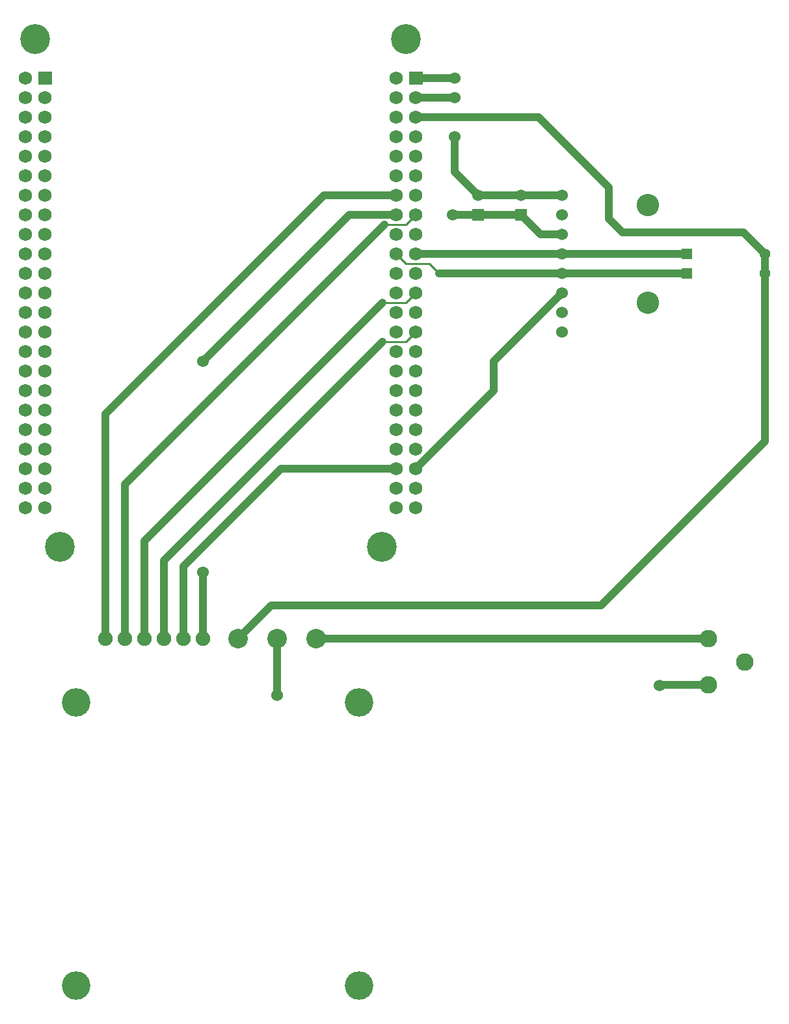
<source format=gbr>
G04 start of page 2 for group 0 idx 0 *
G04 Title: Motor Controller, top *
G04 Creator: pcb 4.2.2 *
G04 CreationDate: Mon Feb 22 05:04:53 2021 UTC *
G04 For: kevin *
G04 Format: Gerber/RS-274X *
G04 PCB-Dimensions (mil): 4750.00 5800.00 *
G04 PCB-Coordinate-Origin: lower left *
%MOIN*%
%FSLAX25Y25*%
%LNTOP*%
%ADD27C,0.1200*%
%ADD26C,0.0300*%
%ADD25C,0.0410*%
%ADD24C,0.1250*%
%ADD23C,0.0350*%
%ADD22C,0.1150*%
%ADD21C,0.1000*%
%ADD20C,0.0750*%
%ADD19C,0.1460*%
%ADD18C,0.0900*%
%ADD17C,0.0550*%
%ADD16C,0.0600*%
%ADD15C,0.0690*%
%ADD14C,0.0001*%
%ADD13C,0.1530*%
%ADD12C,0.0100*%
%ADD11C,0.0400*%
G54D11*X178000Y440000D02*X215000D01*
X225000Y300000D02*X265000Y340000D01*
Y355000D01*
X215000Y300000D02*X156000D01*
G54D12*X209000Y425000D02*X220000D01*
G54D11*X193000Y430000D02*X215000D01*
X191000D02*X198000D01*
G54D12*X220000Y425000D02*X225000Y430000D01*
X208000Y385000D02*X220000D01*
X225000Y390000D01*
X208000Y365000D02*X220000D01*
X225000Y370000D01*
G54D11*X174000Y213000D02*X375000D01*
X350000Y189000D02*X350378Y189378D01*
X375000D01*
X151000Y230000D02*X320000D01*
X404000Y314000D01*
G54D12*X215000Y410000D02*X220000Y405000D01*
X232000D01*
X237000Y400000D01*
G54D11*X225000Y410000D02*X326700D01*
X327000D02*X364000D01*
X237000Y400000D02*X364000D01*
X265000Y355000D02*X300000Y390000D01*
X244000Y430000D02*X279000D01*
X289000Y420000D01*
X300000D02*X289000D01*
X225000Y490000D02*X245000D01*
X288000Y480000D02*X225000D01*
Y500000D02*X245000D01*
X257000Y440000D02*X300000D01*
X257000D02*X245000Y452000D01*
Y470000D01*
X288000Y480000D02*X324000Y444000D01*
Y428000D01*
X331000Y421000D01*
X355700D01*
X356000D02*X393000D01*
X404000Y410000D02*Y314000D01*
X393000Y421000D02*X404000Y410000D01*
X76000Y213000D02*Y292000D01*
X86000Y213000D02*Y263000D01*
X66000Y328000D02*Y213000D01*
X154000Y184000D02*Y213000D01*
X134000D02*X151000Y230000D01*
X76000Y292000D02*X209000Y425000D01*
X208000Y385000D02*X86000Y263000D01*
X208000Y365000D02*X96000Y253000D01*
X106000Y250000D02*X156000Y300000D01*
X178000Y440000D02*X66000Y328000D01*
X116000Y355000D02*X191000Y430000D01*
X96000Y213000D02*Y253000D01*
X106000Y213000D02*Y250000D01*
X116000Y213000D02*Y247000D01*
G54D13*X220000Y520000D03*
G54D14*G36*
X221550Y503450D02*Y496550D01*
X228450D01*
Y503450D01*
X221550D01*
G37*
G54D15*X215000Y500000D03*
Y490000D03*
X225000D03*
X215000Y480000D03*
Y470000D03*
X225000Y480000D03*
Y470000D03*
G54D14*G36*
X31550Y503450D02*Y496550D01*
X38450D01*
Y503450D01*
X31550D01*
G37*
G54D15*X215000Y370000D03*
X35000D03*
X215000Y360000D03*
X35000D03*
X25000D03*
Y370000D03*
X215000Y460000D03*
Y450000D03*
Y440000D03*
Y430000D03*
Y420000D03*
X225000Y460000D03*
Y450000D03*
Y440000D03*
Y430000D03*
Y420000D03*
Y410000D03*
Y400000D03*
Y390000D03*
Y380000D03*
Y370000D03*
Y360000D03*
X215000Y410000D03*
Y400000D03*
Y390000D03*
Y380000D03*
G54D16*X300000Y440000D03*
G54D14*G36*
X276000Y433000D02*Y427000D01*
X282000D01*
Y433000D01*
X276000D01*
G37*
G54D16*X279000Y440000D03*
G54D14*G36*
X254000Y433000D02*Y427000D01*
X260000D01*
Y433000D01*
X254000D01*
G37*
G54D16*X257000Y440000D03*
X300000Y430000D03*
Y420000D03*
Y410000D03*
Y400000D03*
Y390000D03*
Y380000D03*
Y370000D03*
G54D14*G36*
X361250Y412750D02*Y407250D01*
X366750D01*
Y412750D01*
X361250D01*
G37*
G36*
Y402750D02*Y397250D01*
X366750D01*
Y402750D01*
X361250D01*
G37*
G54D17*X404000Y410000D03*
Y400000D03*
G54D13*X30000Y520000D03*
G54D15*X25000Y500000D03*
X35000Y450000D03*
X25000D03*
X35000Y490000D03*
Y480000D03*
X25000D03*
Y490000D03*
X35000Y470000D03*
Y460000D03*
X25000D03*
Y470000D03*
G54D13*X42500Y260000D03*
G54D15*X35000Y280000D03*
Y350000D03*
Y340000D03*
Y330000D03*
Y320000D03*
Y310000D03*
Y300000D03*
X25000D03*
Y310000D03*
X35000Y290000D03*
X25000Y280000D03*
Y290000D03*
Y320000D03*
Y330000D03*
Y340000D03*
Y350000D03*
X35000Y440000D03*
X25000D03*
X35000Y430000D03*
X25000D03*
X35000Y420000D03*
Y410000D03*
Y400000D03*
X25000D03*
Y410000D03*
X35000Y390000D03*
Y380000D03*
X25000D03*
Y390000D03*
Y420000D03*
G54D13*X207500Y260000D03*
G54D15*X215000Y280000D03*
G54D18*X393504Y201189D03*
X375000Y213000D03*
Y189378D03*
G54D15*X215000Y350000D03*
Y340000D03*
Y330000D03*
Y320000D03*
Y310000D03*
Y300000D03*
Y290000D03*
X225000Y280000D03*
Y290000D03*
Y350000D03*
Y340000D03*
Y330000D03*
Y320000D03*
Y310000D03*
Y300000D03*
G54D19*X196000Y35500D03*
Y180500D03*
X51000Y35500D03*
Y180500D03*
G54D20*X116000Y213000D03*
X106000D03*
X96000D03*
X86000D03*
X76000D03*
X66000D03*
G54D21*X174000D03*
X154000D03*
X134000D03*
G54D16*X350000Y189000D03*
X154000Y184000D03*
X245000Y500000D03*
G54D22*X344000Y385000D03*
G54D16*X244000Y430000D03*
X245000Y490000D03*
Y470000D03*
G54D22*X344000Y435000D03*
G54D16*X116000Y247000D03*
Y355000D03*
G54D23*G54D21*G54D23*G54D21*G54D23*G54D24*G54D25*G54D23*G54D26*G54D23*G54D26*G54D24*G54D25*G54D24*G54D25*G54D24*G54D25*G54D16*G54D25*G54D27*G54D25*M02*

</source>
